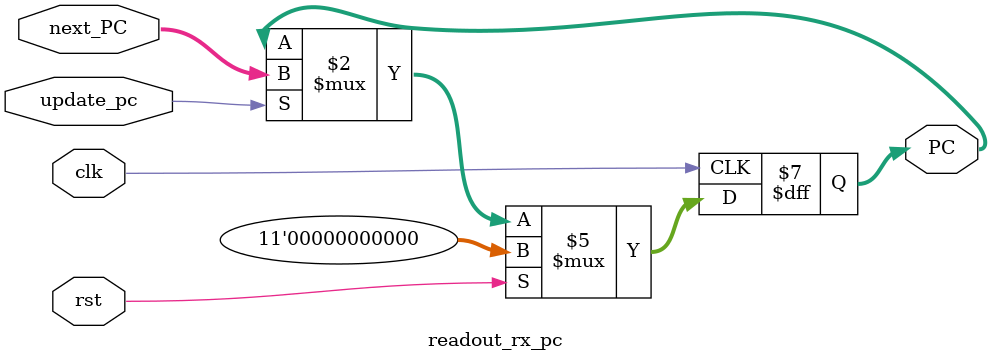
<source format=v>
module readout_rx_pc #(
	parameter PC_WIDTH = 11
)(
    clk,
    rst,
    update_pc,
    next_PC,
    PC
);

// Port declaration
input                       clk;
input                       rst;
input                       update_pc;
input       [PC_WIDTH-1:0]  next_PC;

output reg  [PC_WIDTH-1:0]  PC;

// reg enable; // Do not update PC at first cycle

always @(posedge clk) begin
    if (rst) begin
        // enable <= 0;
        PC <= 0;
    end
    else begin
        if (update_pc) begin
            PC <= next_PC;
            // if (enable) begin
            //     PC <= next_PC;
            // end
            // enable <= 1;
        end
    end
end

endmodule

</source>
